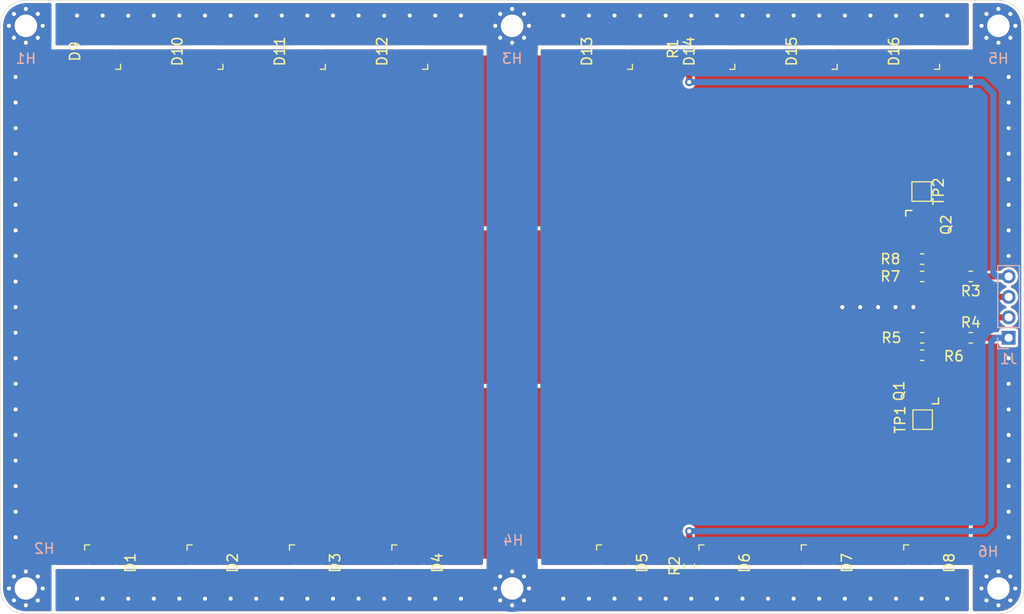
<source format=kicad_pcb>
(kicad_pcb (version 20171130) (host pcbnew 5.1.5)
  (layers (0 F.Cu signal) (31 B.Cu signal) (34 B.Paste user) (35 F.Paste user) (36 B.SilkS user) (37 F.SilkS user) (38 B.Mask user) (39 F.Mask user) (44 Edge.Cuts user))
  (net 0 "")
  (net 1 "Net-(D1-Pad1)")
  (net 2 GND)
  (net 3 VCC)
  (net 4 OC1A)
  (net 5 OC1B)
  (net 6 "Net-(Q1-Pad3)")
  (net 7 "Net-(Q2-Pad3)")
  (net 8 "Net-(D10-Pad1)")
  (net 9 LED_NTC2)
  (net 10 LED_NTC1)
  (module Resistor_SMD:R_0603_1608Metric_Pad1.05x0.95mm_HandSolder (layer F.Cu) (at 114.8 47 180)
    (fp_text reference R3 (at 0 -1.43) (layer F.SilkS))
    (fp_text value "NTC 10 kΩ")
    (fp_line (start -0.171267 0.51) (end 0.171267 0.51) (layer F.SilkS) (width 0.12))
    (fp_line (start -0.171267 -0.51) (end 0.171267 -0.51) (layer F.SilkS) (width 0.12))
    (pad 2 smd roundrect (at 0.875 0 180) (size 1.05 0.95) (layers F.Cu F.Paste F.Mask) (net 2 GND))
    (pad 1 smd roundrect (at -0.875 0 180) (size 1.05 0.95) (layers F.Cu F.Paste F.Mask) (net 9 LED_NTC2))
  )
  (module Resistor_SMD:R_0603_1608Metric_Pad1.05x0.95mm_HandSolder (layer F.Cu) (at 87.3 24.7 270)
    (fp_text reference R1 (at 0.05 1.6 90) (layer F.SilkS))
    (fp_text value "10 kΩ")
    (fp_line (start -0.171267 0.51) (end 0.171267 0.51) (layer F.SilkS) (width 0.12))
    (fp_line (start -0.171267 -0.51) (end 0.171267 -0.51) (layer F.SilkS) (width 0.12))
    (pad 2 smd roundrect (at 0.875 0 270) (size 1.05 0.95) (layers F.Cu F.Paste F.Mask) (net 9 LED_NTC2))
    (pad 1 smd roundrect (at -0.875 0 270) (size 1.05 0.95) (layers F.Cu F.Paste F.Mask) (net 3 VCC))
  )
  (module lt_foots:logo_flatlight_git_silk (layer F.Cu) (at 55.6 49.8)
    (fp_text reference logo7 hide)
    (fp_text value logo_flatlight_git hide)
  )
  (module lt_foots:logo_horse (layer F.Cu) (at 34.8 49.9)
    (fp_text reference logo2 hide)
    (fp_text value logo_horse hide)
  )
  (module Resistor_SMD:R_0603_1608Metric_Pad1.05x0.95mm_HandSolder (layer F.Cu) (at 110.05 54.7)
    (fp_text reference R6 (at 3.1 0.1) (layer F.SilkS))
    (fp_text value 1MΩ)
    (fp_line (start -0.171267 0.51) (end 0.171267 0.51) (layer F.SilkS) (width 0.12))
    (fp_line (start -0.171267 -0.51) (end 0.171267 -0.51) (layer F.SilkS) (width 0.12))
    (pad 2 smd roundrect (at 0.875 0) (size 1.05 0.95) (layers F.Cu F.Paste F.Mask) (net 6 "Net-(Q1-Pad3)"))
    (pad 1 smd roundrect (at -0.875 0) (size 1.05 0.95) (layers F.Cu F.Paste F.Mask) (net 2 GND))
  )
  (module Resistor_SMD:R_0603_1608Metric_Pad1.05x0.95mm_HandSolder (layer F.Cu) (at 110.05 45.3 180)
    (fp_text reference R8 (at 3.1 0) (layer F.SilkS))
    (fp_text value 1MΩ)
    (fp_line (start -0.171267 0.51) (end 0.171267 0.51) (layer F.SilkS) (width 0.12))
    (fp_line (start -0.171267 -0.51) (end 0.171267 -0.51) (layer F.SilkS) (width 0.12))
    (pad 2 smd roundrect (at 0.875 0 180) (size 1.05 0.95) (layers F.Cu F.Paste F.Mask) (net 7 "Net-(Q2-Pad3)"))
    (pad 1 smd roundrect (at -0.875 0 180) (size 1.05 0.95) (layers F.Cu F.Paste F.Mask) (net 2 GND))
  )
  (module TestPoint:TestPoint_Pad_1.5x1.5mm (layer F.Cu) (at 110.1 61 90)
    (fp_text reference TP1 (at 0 -2.2 90) (layer F.SilkS))
    (fp_text value TestPoint)
    (fp_line (start -0.95 -0.95) (end 0.95 -0.95) (layer F.SilkS) (width 0.12))
    (fp_line (start 0.95 -0.95) (end 0.95 0.95) (layer F.SilkS) (width 0.12))
    (fp_line (start 0.95 0.95) (end -0.95 0.95) (layer F.SilkS) (width 0.12))
    (fp_line (start -0.95 0.95) (end -0.95 -0.95) (layer F.SilkS) (width 0.12))
    (pad 1 smd rect (at 0 0 90) (size 1.5 1.5) (layers F.Cu F.Mask) (net 1 "Net-(D1-Pad1)"))
  )
  (module TestPoint:TestPoint_Pad_1.5x1.5mm (layer F.Cu) (at 110 38.7 270)
    (fp_text reference TP2 (at 0 -1.648 90) (layer F.SilkS))
    (fp_text value TestPoint)
    (fp_line (start -0.95 0.95) (end -0.95 -0.95) (layer F.SilkS) (width 0.12))
    (fp_line (start 0.95 0.95) (end -0.95 0.95) (layer F.SilkS) (width 0.12))
    (fp_line (start 0.95 -0.95) (end 0.95 0.95) (layer F.SilkS) (width 0.12))
    (fp_line (start -0.95 -0.95) (end 0.95 -0.95) (layer F.SilkS) (width 0.12))
    (pad 1 smd rect (at 0 0 270) (size 1.5 1.5) (layers F.Cu F.Mask) (net 8 "Net-(D10-Pad1)"))
  )
  (module Resistor_SMD:R_0603_1608Metric_Pad1.05x0.95mm_HandSolder (layer F.Cu) (at 110.05 53 180)
    (fp_text reference R5 (at 3 0) (layer F.SilkS))
    (fp_text value 1kΩ)
    (fp_line (start -0.171267 0.51) (end 0.171267 0.51) (layer F.SilkS) (width 0.12))
    (fp_line (start -0.171267 -0.51) (end 0.171267 -0.51) (layer F.SilkS) (width 0.12))
    (pad 2 smd roundrect (at 0.875 0 180) (size 1.05 0.95) (layers F.Cu F.Paste F.Mask) (net 6 "Net-(Q1-Pad3)"))
    (pad 1 smd roundrect (at -0.875 0 180) (size 1.05 0.95) (layers F.Cu F.Paste F.Mask) (net 4 OC1A))
  )
  (module Resistor_SMD:R_0603_1608Metric_Pad1.05x0.95mm_HandSolder (layer F.Cu) (at 110.05 47 180)
    (fp_text reference R7 (at 3.1 0) (layer F.SilkS))
    (fp_text value 1kΩ)
    (fp_line (start -0.171267 0.51) (end 0.171267 0.51) (layer F.SilkS) (width 0.12))
    (fp_line (start -0.171267 -0.51) (end 0.171267 -0.51) (layer F.SilkS) (width 0.12))
    (pad 2 smd roundrect (at 0.875 0 180) (size 1.05 0.95) (layers F.Cu F.Paste F.Mask) (net 7 "Net-(Q2-Pad3)"))
    (pad 1 smd roundrect (at -0.875 0 180) (size 1.05 0.95) (layers F.Cu F.Paste F.Mask) (net 5 OC1B))
  )
  (module Resistor_SMD:R_0603_1608Metric_Pad1.05x0.95mm_HandSolder (layer F.Cu) (at 87.3 75.3 90)
    (fp_text reference R2 (at 0 -1.43 90) (layer F.SilkS))
    (fp_text value "10 kΩ")
    (fp_line (start -0.171267 -0.51) (end 0.171267 -0.51) (layer F.SilkS) (width 0.12))
    (fp_line (start -0.171267 0.51) (end 0.171267 0.51) (layer F.SilkS) (width 0.12))
    (pad 1 smd roundrect (at -0.875 0 90) (size 1.05 0.95) (layers F.Cu F.Paste F.Mask) (net 3 VCC))
    (pad 2 smd roundrect (at 0.875 0 90) (size 1.05 0.95) (layers F.Cu F.Paste F.Mask) (net 10 LED_NTC1))
  )
  (module Resistor_SMD:R_0603_1608Metric_Pad1.05x0.95mm_HandSolder (layer F.Cu) (at 114.8 53 180)
    (fp_text reference R4 (at 0 1.5 180) (layer F.SilkS))
    (fp_text value "NTC 10 kΩ")
    (fp_line (start -0.171267 0.51) (end 0.171267 0.51) (layer F.SilkS) (width 0.12))
    (fp_line (start -0.171267 -0.51) (end 0.171267 -0.51) (layer F.SilkS) (width 0.12))
    (pad 2 smd roundrect (at 0.875 0 180) (size 1.05 0.95) (layers F.Cu F.Paste F.Mask) (net 2 GND))
    (pad 1 smd roundrect (at -0.875 0 180) (size 1.05 0.95) (layers F.Cu F.Paste F.Mask) (net 10 LED_NTC1))
  )
  (module "lt_foots:U-DFN2020-6 (Type F)" (layer F.Cu) (at 110.1 58 90)
    (fp_text reference Q1 (at -0.2 -2.3 90) (layer F.SilkS))
    (fp_text value DMN2022-UFDF7)
    (fp_line (start -1.448496 1.549888) (end -0.9 1.549888) (layer F.SilkS) (width 0.15))
    (fp_line (start -1.448496 0.949888) (end -1.448496 1.549888) (layer F.SilkS) (width 0.15))
    (pad 2 smd rect (at 0.651504 -0.050112 90) (size 0.48 0.8) (layers F.Cu F.Paste F.Mask) (net 2 GND))
    (pad 2 smd rect (at 0.601504 -1.000112 90) (size 0.4 0.425) (layers F.Cu F.Paste F.Mask) (net 2 GND))
    (pad 1 smd rect (at -0.048496 -1.000112 90) (size 0.4 0.425) (layers F.Cu F.Paste F.Mask) (net 1 "Net-(D1-Pad1)"))
    (pad 1 smd rect (at -0.698496 -1.000112 90) (size 0.4 0.425) (layers F.Cu F.Paste F.Mask) (net 1 "Net-(D1-Pad1)"))
    (pad 3 smd rect (at 0.601504 0.899888 90) (size 0.4 0.425) (layers F.Cu F.Paste F.Mask) (net 6 "Net-(Q1-Pad3)"))
    (pad 1 smd rect (at -0.048496 0.899888 90) (size 0.4 0.425) (layers F.Cu F.Paste F.Mask) (net 1 "Net-(D1-Pad1)"))
    (pad 1 smd rect (at -0.698496 0.899888 90) (size 0.4 0.425) (layers F.Cu F.Paste F.Mask) (net 1 "Net-(D1-Pad1)"))
    (pad 1 smd rect (at -0.348496 -0.050112 90) (size 0.95 1.1) (layers F.Cu F.Paste F.Mask) (net 1 "Net-(D1-Pad1)"))
  )
  (module "lt_foots:U-DFN2020-6 (Type F)" (layer F.Cu) (at 110 42 270)
    (fp_text reference Q2 (at -0.048496 -2.400112 90) (layer F.SilkS))
    (fp_text value DMN2022-UFDF7)
    (fp_line (start -1.448496 0.949888) (end -1.448496 1.549888) (layer F.SilkS) (width 0.15))
    (fp_line (start -1.448496 1.549888) (end -0.9 1.549888) (layer F.SilkS) (width 0.15))
    (pad 1 smd rect (at -0.348496 -0.050112 270) (size 0.95 1.1) (layers F.Cu F.Paste F.Mask) (net 8 "Net-(D10-Pad1)"))
    (pad 1 smd rect (at -0.698496 0.899888 270) (size 0.4 0.425) (layers F.Cu F.Paste F.Mask) (net 8 "Net-(D10-Pad1)"))
    (pad 1 smd rect (at -0.048496 0.899888 270) (size 0.4 0.425) (layers F.Cu F.Paste F.Mask) (net 8 "Net-(D10-Pad1)"))
    (pad 3 smd rect (at 0.601504 0.899888 270) (size 0.4 0.425) (layers F.Cu F.Paste F.Mask) (net 7 "Net-(Q2-Pad3)"))
    (pad 1 smd rect (at -0.698496 -1.000112 270) (size 0.4 0.425) (layers F.Cu F.Paste F.Mask) (net 8 "Net-(D10-Pad1)"))
    (pad 1 smd rect (at -0.048496 -1.000112 270) (size 0.4 0.425) (layers F.Cu F.Paste F.Mask) (net 8 "Net-(D10-Pad1)"))
    (pad 2 smd rect (at 0.601504 -1.000112 270) (size 0.4 0.425) (layers F.Cu F.Paste F.Mask) (net 2 GND))
    (pad 2 smd rect (at 0.651504 -0.050112 270) (size 0.48 0.8) (layers F.Cu F.Paste F.Mask) (net 2 GND))
  )
  (module lt_foots:LED_Cree-J-Series (layer F.Cu) (at 110 25 90)
    (fp_text reference D16 (at 0 -2.7 90) (layer F.SilkS))
    (fp_text value LED)
    (fp_line (start -1.75 1.25) (end -1.75 1.75) (layer F.SilkS) (width 0.12))
    (fp_line (start -1.75 1.75) (end -1.25 1.75) (layer F.SilkS) (width 0.12))
    (pad 2 smd rect (at 1.05 0 90) (size 0.6 2.4) (layers F.Cu F.Mask) (net 3 VCC))
    (pad 1 smd rect (at -0.6 0 90) (size 1.6 2.4) (layers F.Cu F.Mask) (net 8 "Net-(D10-Pad1)"))
  )
  (module lt_foots:LED_Cree-J-Series (layer F.Cu) (at 100 25 90)
    (fp_text reference D15 (at 0 -2.7 90) (layer F.SilkS))
    (fp_text value LED)
    (fp_line (start -1.75 1.25) (end -1.75 1.75) (layer F.SilkS) (width 0.12))
    (fp_line (start -1.75 1.75) (end -1.25 1.75) (layer F.SilkS) (width 0.12))
    (pad 2 smd rect (at 1.05 0 90) (size 0.6 2.4) (layers F.Cu F.Mask) (net 3 VCC))
    (pad 1 smd rect (at -0.6 0 90) (size 1.6 2.4) (layers F.Cu F.Mask) (net 8 "Net-(D10-Pad1)"))
  )
  (module lt_foots:LED_Cree-J-Series (layer F.Cu) (at 90 25 90)
    (fp_text reference D14 (at 0 -2.7 90) (layer F.SilkS))
    (fp_text value LED)
    (fp_line (start -1.75 1.25) (end -1.75 1.75) (layer F.SilkS) (width 0.12))
    (fp_line (start -1.75 1.75) (end -1.25 1.75) (layer F.SilkS) (width 0.12))
    (pad 2 smd rect (at 1.05 0 90) (size 0.6 2.4) (layers F.Cu F.Mask) (net 3 VCC))
    (pad 1 smd rect (at -0.6 0 90) (size 1.6 2.4) (layers F.Cu F.Mask) (net 8 "Net-(D10-Pad1)"))
  )
  (module lt_foots:LED_Cree-J-Series (layer F.Cu) (at 80 25 90)
    (fp_text reference D13 (at 0 -2.7 90) (layer F.SilkS))
    (fp_text value LED)
    (fp_line (start -1.75 1.25) (end -1.75 1.75) (layer F.SilkS) (width 0.12))
    (fp_line (start -1.75 1.75) (end -1.25 1.75) (layer F.SilkS) (width 0.12))
    (pad 2 smd rect (at 1.05 0 90) (size 0.6 2.4) (layers F.Cu F.Mask) (net 3 VCC))
    (pad 1 smd rect (at -0.6 0 90) (size 1.6 2.4) (layers F.Cu F.Mask) (net 8 "Net-(D10-Pad1)"))
  )
  (module lt_foots:LED_Cree-J-Series (layer F.Cu) (at 60 25 90)
    (fp_text reference D12 (at 0 -2.7 90) (layer F.SilkS))
    (fp_text value LED)
    (fp_line (start -1.75 1.25) (end -1.75 1.75) (layer F.SilkS) (width 0.12))
    (fp_line (start -1.75 1.75) (end -1.25 1.75) (layer F.SilkS) (width 0.12))
    (pad 2 smd rect (at 1.05 0 90) (size 0.6 2.4) (layers F.Cu F.Mask) (net 3 VCC))
    (pad 1 smd rect (at -0.6 0 90) (size 1.6 2.4) (layers F.Cu F.Mask) (net 8 "Net-(D10-Pad1)"))
  )
  (module lt_foots:LED_Cree-J-Series (layer F.Cu) (at 50 25 90)
    (fp_text reference D11 (at 0 -2.7 90) (layer F.SilkS))
    (fp_text value LED)
    (fp_line (start -1.75 1.25) (end -1.75 1.75) (layer F.SilkS) (width 0.12))
    (fp_line (start -1.75 1.75) (end -1.25 1.75) (layer F.SilkS) (width 0.12))
    (pad 2 smd rect (at 1.05 0 90) (size 0.6 2.4) (layers F.Cu F.Mask) (net 3 VCC))
    (pad 1 smd rect (at -0.6 0 90) (size 1.6 2.4) (layers F.Cu F.Mask) (net 8 "Net-(D10-Pad1)"))
  )
  (module lt_foots:LED_Cree-J-Series (layer F.Cu) (at 40 25 90)
    (fp_text reference D10 (at 0 -2.7 90) (layer F.SilkS))
    (fp_text value LED)
    (fp_line (start -1.75 1.25) (end -1.75 1.75) (layer F.SilkS) (width 0.12))
    (fp_line (start -1.75 1.75) (end -1.25 1.75) (layer F.SilkS) (width 0.12))
    (pad 2 smd rect (at 1.05 0 90) (size 0.6 2.4) (layers F.Cu F.Mask) (net 3 VCC))
    (pad 1 smd rect (at -0.6 0 90) (size 1.6 2.4) (layers F.Cu F.Mask) (net 8 "Net-(D10-Pad1)"))
  )
  (module lt_foots:LED_Cree-J-Series (layer F.Cu) (at 30 25 90)
    (fp_text reference D9 (at 0 -2.7 90) (layer F.SilkS))
    (fp_text value LED)
    (fp_line (start -1.75 1.25) (end -1.75 1.75) (layer F.SilkS) (width 0.12))
    (fp_line (start -1.75 1.75) (end -1.25 1.75) (layer F.SilkS) (width 0.12))
    (pad 2 smd rect (at 1.05 0 90) (size 0.6 2.4) (layers F.Cu F.Mask) (net 3 VCC))
    (pad 1 smd rect (at -0.6 0 90) (size 1.6 2.4) (layers F.Cu F.Mask) (net 8 "Net-(D10-Pad1)"))
  )
  (module lt_foots:logo_heart (layer F.Cu) (at 98.7 50)
    (fp_text reference logo1 hide)
    (fp_text value logo_heart hide)
  )
  (module lt_foots:logo_flatlight (layer F.Cu) (at 86.3 49.1)
    (fp_text reference logo5 hide)
    (fp_text value logo_flatlight hide)
  )
  (module lt_foots:logo_REV18 (layer F.Cu) (at 92.9 51.1)
    (fp_text reference logo6 hide)
    (fp_text value logo_REV18 hide)
  )
  (module lt_foots:logo_light_warn (layer F.Cu) (at 70 50)
    (fp_text reference logo4 hide)
    (fp_text value logo_LIGHTWARN hide)
  )
  (module lt_foots:cc-by-sa (layer F.Cu) (at 87.9 52.6)
    (fp_text reference logo3 hide)
    (fp_text value logo-cc-by-sa hide)
  )
  (module Connector_PinHeader_2.00mm:PinHeader_1x04_P2.00mm_Vertical (layer B.Cu) (at 118.5 53)
    (fp_text reference J1 (at 0 2.06) (layer B.SilkS) (effects (justify mirror)))
    (fp_text value Conn_01x04)
    (fp_line (start -1.06 1.06) (end 0 1.06) (layer B.SilkS) (width 0.12))
    (fp_line (start -1.06 0) (end -1.06 1.06) (layer B.SilkS) (width 0.12))
    (fp_line (start -1.06 -1) (end 1.06 -1) (layer B.SilkS) (width 0.12))
    (fp_line (start 1.06 -1) (end 1.06 -7.06) (layer B.SilkS) (width 0.12))
    (fp_line (start -1.06 -1) (end -1.06 -7.06) (layer B.SilkS) (width 0.12))
    (fp_line (start -1.06 -7.06) (end 1.06 -7.06) (layer B.SilkS) (width 0.12))
    (pad 4 thru_hole oval (at 0 -6) (size 1.35 1.35) (drill 0.8) (layers *.Cu *.Mask) (net 9 LED_NTC2))
    (pad 3 thru_hole oval (at 0 -4) (size 1.35 1.35) (drill 0.8) (layers *.Cu *.Mask) (net 5 OC1B))
    (pad 2 thru_hole oval (at 0 -2) (size 1.35 1.35) (drill 0.8) (layers *.Cu *.Mask) (net 4 OC1A))
    (pad 1 thru_hole rect (at 0 0) (size 1.35 1.35) (drill 0.8) (layers *.Cu *.Mask) (net 10 LED_NTC1))
  )
  (module MountingHole:MountingHole_2.2mm_M2_Pad_Via (layer B.Cu) (at 117.5 77.5)
    (fp_text reference H6 (at -1 -3.6) (layer B.SilkS) (effects (justify mirror)))
    (fp_text value MountingHole_Pad)
    (pad 1 thru_hole circle (at 0 0) (size 4.4 4.4) (drill 2.2) (layers *.Cu *.Mask) (net 2 GND))
    (pad 1 thru_hole circle (at 1.65 0) (size 0.7 0.7) (drill 0.4) (layers *.Cu *.Mask) (net 2 GND))
    (pad 1 thru_hole circle (at 1.166726 -1.166726) (size 0.7 0.7) (drill 0.4) (layers *.Cu *.Mask) (net 2 GND))
    (pad 1 thru_hole circle (at 0 -1.65) (size 0.7 0.7) (drill 0.4) (layers *.Cu *.Mask) (net 2 GND))
    (pad 1 thru_hole circle (at -1.166726 -1.166726) (size 0.7 0.7) (drill 0.4) (layers *.Cu *.Mask) (net 2 GND))
    (pad 1 thru_hole circle (at -1.65 0) (size 0.7 0.7) (drill 0.4) (layers *.Cu *.Mask) (net 2 GND))
    (pad 1 thru_hole circle (at -1.166726 1.166726) (size 0.7 0.7) (drill 0.4) (layers *.Cu *.Mask) (net 2 GND))
    (pad 1 thru_hole circle (at 0 1.65) (size 0.7 0.7) (drill 0.4) (layers *.Cu *.Mask) (net 2 GND))
    (pad 1 thru_hole circle (at 1.166726 1.166726) (size 0.7 0.7) (drill 0.4) (layers *.Cu *.Mask) (net 2 GND))
  )
  (module MountingHole:MountingHole_2.2mm_M2_Pad_Via (layer B.Cu) (at 117.5 22.5)
    (fp_text reference H5 (at 0 3.2) (layer B.SilkS) (effects (justify mirror)))
    (fp_text value MountingHole_Pad)
    (pad 1 thru_hole circle (at 1.166726 1.166726) (size 0.7 0.7) (drill 0.4) (layers *.Cu *.Mask) (net 2 GND))
    (pad 1 thru_hole circle (at 0 1.65) (size 0.7 0.7) (drill 0.4) (layers *.Cu *.Mask) (net 2 GND))
    (pad 1 thru_hole circle (at -1.166726 1.166726) (size 0.7 0.7) (drill 0.4) (layers *.Cu *.Mask) (net 2 GND))
    (pad 1 thru_hole circle (at -1.65 0) (size 0.7 0.7) (drill 0.4) (layers *.Cu *.Mask) (net 2 GND))
    (pad 1 thru_hole circle (at -1.166726 -1.166726) (size 0.7 0.7) (drill 0.4) (layers *.Cu *.Mask) (net 2 GND))
    (pad 1 thru_hole circle (at 0 -1.65) (size 0.7 0.7) (drill 0.4) (layers *.Cu *.Mask) (net 2 GND))
    (pad 1 thru_hole circle (at 1.166726 -1.166726) (size 0.7 0.7) (drill 0.4) (layers *.Cu *.Mask) (net 2 GND))
    (pad 1 thru_hole circle (at 1.65 0) (size 0.7 0.7) (drill 0.4) (layers *.Cu *.Mask) (net 2 GND))
    (pad 1 thru_hole circle (at 0 0) (size 4.4 4.4) (drill 2.2) (layers *.Cu *.Mask) (net 2 GND))
  )
  (module MountingHole:MountingHole_2.2mm_M2_Pad_Via (layer B.Cu) (at 70 77.5)
    (fp_text reference H4 (at 0.1 -4.7) (layer B.SilkS) (effects (justify mirror)))
    (fp_text value MountingHole_Pad)
    (pad 1 thru_hole circle (at 0 0) (size 4.4 4.4) (drill 2.2) (layers *.Cu *.Mask) (net 3 VCC))
    (pad 1 thru_hole circle (at 1.65 0) (size 0.7 0.7) (drill 0.4) (layers *.Cu *.Mask) (net 3 VCC))
    (pad 1 thru_hole circle (at 1.166726 -1.166726) (size 0.7 0.7) (drill 0.4) (layers *.Cu *.Mask) (net 3 VCC))
    (pad 1 thru_hole circle (at 0 -1.65) (size 0.7 0.7) (drill 0.4) (layers *.Cu *.Mask) (net 3 VCC))
    (pad 1 thru_hole circle (at -1.166726 -1.166726) (size 0.7 0.7) (drill 0.4) (layers *.Cu *.Mask) (net 3 VCC))
    (pad 1 thru_hole circle (at -1.65 0) (size 0.7 0.7) (drill 0.4) (layers *.Cu *.Mask) (net 3 VCC))
    (pad 1 thru_hole circle (at -1.166726 1.166726) (size 0.7 0.7) (drill 0.4) (layers *.Cu *.Mask) (net 3 VCC))
    (pad 1 thru_hole circle (at 0 1.65) (size 0.7 0.7) (drill 0.4) (layers *.Cu *.Mask) (net 3 VCC))
    (pad 1 thru_hole circle (at 1.166726 1.166726) (size 0.7 0.7) (drill 0.4) (layers *.Cu *.Mask) (net 3 VCC))
  )
  (module MountingHole:MountingHole_2.2mm_M2_Pad_Via (layer B.Cu) (at 70 22.5)
    (fp_text reference H3 (at 0 3.2) (layer B.SilkS) (effects (justify mirror)))
    (fp_text value MountingHole_Pad)
    (pad 1 thru_hole circle (at 1.166726 1.166726) (size 0.7 0.7) (drill 0.4) (layers *.Cu *.Mask) (net 3 VCC))
    (pad 1 thru_hole circle (at 0 1.65) (size 0.7 0.7) (drill 0.4) (layers *.Cu *.Mask) (net 3 VCC))
    (pad 1 thru_hole circle (at -1.166726 1.166726) (size 0.7 0.7) (drill 0.4) (layers *.Cu *.Mask) (net 3 VCC))
    (pad 1 thru_hole circle (at -1.65 0) (size 0.7 0.7) (drill 0.4) (layers *.Cu *.Mask) (net 3 VCC))
    (pad 1 thru_hole circle (at -1.166726 -1.166726) (size 0.7 0.7) (drill 0.4) (layers *.Cu *.Mask) (net 3 VCC))
    (pad 1 thru_hole circle (at 0 -1.65) (size 0.7 0.7) (drill 0.4) (layers *.Cu *.Mask) (net 3 VCC))
    (pad 1 thru_hole circle (at 1.166726 -1.166726) (size 0.7 0.7) (drill 0.4) (layers *.Cu *.Mask) (net 3 VCC))
    (pad 1 thru_hole circle (at 1.65 0) (size 0.7 0.7) (drill 0.4) (layers *.Cu *.Mask) (net 3 VCC))
    (pad 1 thru_hole circle (at 0 0) (size 4.4 4.4) (drill 2.2) (layers *.Cu *.Mask) (net 3 VCC))
  )
  (module MountingHole:MountingHole_2.2mm_M2_Pad_Via (layer B.Cu) (at 22.5 77.5)
    (fp_text reference H2 (at 1.8 -3.9) (layer B.SilkS) (effects (justify mirror)))
    (fp_text value MountingHole_Pad)
    (pad 1 thru_hole circle (at 0 0) (size 4.4 4.4) (drill 2.2) (layers *.Cu *.Mask) (net 2 GND))
    (pad 1 thru_hole circle (at 1.65 0) (size 0.7 0.7) (drill 0.4) (layers *.Cu *.Mask) (net 2 GND))
    (pad 1 thru_hole circle (at 1.166726 -1.166726) (size 0.7 0.7) (drill 0.4) (layers *.Cu *.Mask) (net 2 GND))
    (pad 1 thru_hole circle (at 0 -1.65) (size 0.7 0.7) (drill 0.4) (layers *.Cu *.Mask) (net 2 GND))
    (pad 1 thru_hole circle (at -1.166726 -1.166726) (size 0.7 0.7) (drill 0.4) (layers *.Cu *.Mask) (net 2 GND))
    (pad 1 thru_hole circle (at -1.65 0) (size 0.7 0.7) (drill 0.4) (layers *.Cu *.Mask) (net 2 GND))
    (pad 1 thru_hole circle (at -1.166726 1.166726) (size 0.7 0.7) (drill 0.4) (layers *.Cu *.Mask) (net 2 GND))
    (pad 1 thru_hole circle (at 0 1.65) (size 0.7 0.7) (drill 0.4) (layers *.Cu *.Mask) (net 2 GND))
    (pad 1 thru_hole circle (at 1.166726 1.166726) (size 0.7 0.7) (drill 0.4) (layers *.Cu *.Mask) (net 2 GND))
  )
  (module MountingHole:MountingHole_2.2mm_M2_Pad_Via (layer B.Cu) (at 22.5 22.5)
    (fp_text reference H1 (at 0 3.2) (layer B.SilkS) (effects (justify mirror)))
    (fp_text value MountingHole_Pad)
    (pad 1 thru_hole circle (at 1.166726 1.166726) (size 0.7 0.7) (drill 0.4) (layers *.Cu *.Mask) (net 2 GND))
    (pad 1 thru_hole circle (at 0 1.65) (size 0.7 0.7) (drill 0.4) (layers *.Cu *.Mask) (net 2 GND))
    (pad 1 thru_hole circle (at -1.166726 1.166726) (size 0.7 0.7) (drill 0.4) (layers *.Cu *.Mask) (net 2 GND))
    (pad 1 thru_hole circle (at -1.65 0) (size 0.7 0.7) (drill 0.4) (layers *.Cu *.Mask) (net 2 GND))
    (pad 1 thru_hole circle (at -1.166726 -1.166726) (size 0.7 0.7) (drill 0.4) (layers *.Cu *.Mask) (net 2 GND))
    (pad 1 thru_hole circle (at 0 -1.65) (size 0.7 0.7) (drill 0.4) (layers *.Cu *.Mask) (net 2 GND))
    (pad 1 thru_hole circle (at 1.166726 -1.166726) (size 0.7 0.7) (drill 0.4) (layers *.Cu *.Mask) (net 2 GND))
    (pad 1 thru_hole circle (at 1.65 0) (size 0.7 0.7) (drill 0.4) (layers *.Cu *.Mask) (net 2 GND))
    (pad 1 thru_hole circle (at 0 0) (size 4.4 4.4) (drill 2.2) (layers *.Cu *.Mask) (net 2 GND))
  )
  (module lt_foots:LED_Cree-J-Series (layer F.Cu) (at 110 75 270)
    (fp_text reference D8 (at 0 -2.7 90) (layer F.SilkS))
    (fp_text value LED)
    (fp_line (start -1.75 1.75) (end -1.25 1.75) (layer F.SilkS) (width 0.12))
    (fp_line (start -1.75 1.25) (end -1.75 1.75) (layer F.SilkS) (width 0.12))
    (pad 1 smd rect (at -0.6 0 270) (size 1.6 2.4) (layers F.Cu F.Mask) (net 1 "Net-(D1-Pad1)"))
    (pad 2 smd rect (at 1.05 0 270) (size 0.6 2.4) (layers F.Cu F.Mask) (net 3 VCC))
  )
  (module lt_foots:LED_Cree-J-Series (layer F.Cu) (at 100 75 270)
    (fp_text reference D7 (at 0 -2.7 90) (layer F.SilkS))
    (fp_text value LED)
    (fp_line (start -1.75 1.75) (end -1.25 1.75) (layer F.SilkS) (width 0.12))
    (fp_line (start -1.75 1.25) (end -1.75 1.75) (layer F.SilkS) (width 0.12))
    (pad 1 smd rect (at -0.6 0 270) (size 1.6 2.4) (layers F.Cu F.Mask) (net 1 "Net-(D1-Pad1)"))
    (pad 2 smd rect (at 1.05 0 270) (size 0.6 2.4) (layers F.Cu F.Mask) (net 3 VCC))
  )
  (module lt_foots:LED_Cree-J-Series (layer F.Cu) (at 50 75 270)
    (fp_text reference D3 (at 0 -2.7 90) (layer F.SilkS))
    (fp_text value LED)
    (fp_line (start -1.75 1.75) (end -1.25 1.75) (layer F.SilkS) (width 0.12))
    (fp_line (start -1.75 1.25) (end -1.75 1.75) (layer F.SilkS) (width 0.12))
    (pad 1 smd rect (at -0.6 0 270) (size 1.6 2.4) (layers F.Cu F.Mask) (net 1 "Net-(D1-Pad1)"))
    (pad 2 smd rect (at 1.05 0 270) (size 0.6 2.4) (layers F.Cu F.Mask) (net 3 VCC))
  )
  (module lt_foots:LED_Cree-J-Series (layer F.Cu) (at 40 75 270)
    (fp_text reference D2 (at 0 -2.7 90) (layer F.SilkS))
    (fp_text value LED)
    (fp_line (start -1.75 1.75) (end -1.25 1.75) (layer F.SilkS) (width 0.12))
    (fp_line (start -1.75 1.25) (end -1.75 1.75) (layer F.SilkS) (width 0.12))
    (pad 1 smd rect (at -0.6 0 270) (size 1.6 2.4) (layers F.Cu F.Mask) (net 1 "Net-(D1-Pad1)"))
    (pad 2 smd rect (at 1.05 0 270) (size 0.6 2.4) (layers F.Cu F.Mask) (net 3 VCC))
  )
  (module lt_foots:LED_Cree-J-Series (layer F.Cu) (at 30 75 270)
    (fp_text reference D1 (at 0 -2.7 90) (layer F.SilkS))
    (fp_text value LED)
    (fp_line (start -1.75 1.75) (end -1.25 1.75) (layer F.SilkS) (width 0.12))
    (fp_line (start -1.75 1.25) (end -1.75 1.75) (layer F.SilkS) (width 0.12))
    (pad 1 smd rect (at -0.6 0 270) (size 1.6 2.4) (layers F.Cu F.Mask) (net 1 "Net-(D1-Pad1)"))
    (pad 2 smd rect (at 1.05 0 270) (size 0.6 2.4) (layers F.Cu F.Mask) (net 3 VCC))
  )
  (module lt_foots:LED_Cree-J-Series (layer F.Cu) (at 90 75 270)
    (fp_text reference D6 (at 0 -2.7 90) (layer F.SilkS))
    (fp_text value LED)
    (fp_line (start -1.75 1.75) (end -1.25 1.75) (layer F.SilkS) (width 0.12))
    (fp_line (start -1.75 1.25) (end -1.75 1.75) (layer F.SilkS) (width 0.12))
    (pad 1 smd rect (at -0.6 0 270) (size 1.6 2.4) (layers F.Cu F.Mask) (net 1 "Net-(D1-Pad1)"))
    (pad 2 smd rect (at 1.05 0 270) (size 0.6 2.4) (layers F.Cu F.Mask) (net 3 VCC))
  )
  (module lt_foots:LED_Cree-J-Series (layer F.Cu) (at 80 75 270)
    (fp_text reference D5 (at 0 -2.7 90) (layer F.SilkS))
    (fp_text value LED)
    (fp_line (start -1.75 1.75) (end -1.25 1.75) (layer F.SilkS) (width 0.12))
    (fp_line (start -1.75 1.25) (end -1.75 1.75) (layer F.SilkS) (width 0.12))
    (pad 1 smd rect (at -0.6 0 270) (size 1.6 2.4) (layers F.Cu F.Mask) (net 1 "Net-(D1-Pad1)"))
    (pad 2 smd rect (at 1.05 0 270) (size 0.6 2.4) (layers F.Cu F.Mask) (net 3 VCC))
  )
  (module lt_foots:LED_Cree-J-Series (layer F.Cu) (at 60 75 270)
    (fp_text reference D4 (at 0 -2.7 90) (layer F.SilkS))
    (fp_text value LED)
    (fp_line (start -1.75 1.75) (end -1.25 1.75) (layer F.SilkS) (width 0.12))
    (fp_line (start -1.75 1.25) (end -1.75 1.75) (layer F.SilkS) (width 0.12))
    (pad 1 smd rect (at -0.6 0 270) (size 1.6 2.4) (layers F.Cu F.Mask) (net 1 "Net-(D1-Pad1)"))
    (pad 2 smd rect (at 1.05 0 270) (size 0.6 2.4) (layers F.Cu F.Mask) (net 3 VCC))
  )
  (gr_arc (start 22.5 77.5) (end 20 77.5) (angle -90) (layer Edge.Cuts) (width 0.05))
  (gr_arc (start 117.5 77.5) (end 117.5 80) (angle -90) (layer Edge.Cuts) (width 0.05))
  (gr_arc (start 117.5 22.5) (end 120 22.5) (angle -90) (layer Edge.Cuts) (width 0.05))
  (gr_arc (start 22.5 22.5) (end 22.5 20) (angle -90) (layer Edge.Cuts) (width 0.05))
  (gr_line (start 20 77.5) (end 20 22.5) (layer Edge.Cuts) (width 0.05))
  (gr_line (start 117.5 80) (end 22.5 80) (layer Edge.Cuts) (width 0.05))
  (gr_line (start 120 22.5) (end 120 77.5) (layer Edge.Cuts) (width 0.05))
  (gr_line (start 22.5 20) (end 117.5 20) (layer Edge.Cuts) (width 0.05))
  (via (at 21.5 45) (size 0.8) (drill 0.4) (layers F.Cu B.Cu) (net 2))
  (via (at 21.5 42.5) (size 0.8) (drill 0.4) (layers F.Cu B.Cu) (net 2))
  (via (at 21.5 47.5) (size 0.8) (drill 0.4) (layers F.Cu B.Cu) (net 2))
  (via (at 21.5 62.5) (size 0.8) (drill 0.4) (layers F.Cu B.Cu) (net 2))
  (via (at 21.5 50) (size 0.8) (drill 0.4) (layers F.Cu B.Cu) (net 2))
  (via (at 21.5 65) (size 0.8) (drill 0.4) (layers F.Cu B.Cu) (net 2))
  (via (at 21.5 40) (size 0.8) (drill 0.4) (layers F.Cu B.Cu) (net 2))
  (via (at 21.5 30) (size 0.8) (drill 0.4) (layers F.Cu B.Cu) (net 2))
  (via (at 21.5 27.5) (size 0.8) (drill 0.4) (layers F.Cu B.Cu) (net 2))
  (via (at 21.5 37.5) (size 0.8) (drill 0.4) (layers F.Cu B.Cu) (net 2))
  (via (at 21.5 35) (size 0.8) (drill 0.4) (layers F.Cu B.Cu) (net 2))
  (via (at 21.5 32.5) (size 0.8) (drill 0.4) (layers F.Cu B.Cu) (net 2))
  (via (at 21.5 67.5) (size 0.8) (drill 0.4) (layers F.Cu B.Cu) (net 2))
  (via (at 21.5 72.5) (size 0.8) (drill 0.4) (layers F.Cu B.Cu) (net 2))
  (via (at 21.5 70) (size 0.8) (drill 0.4) (layers F.Cu B.Cu) (net 2))
  (via (at 118.5 40) (size 0.8) (drill 0.4) (layers F.Cu B.Cu) (net 2))
  (via (at 118.5 65) (size 0.8) (drill 0.4) (layers F.Cu B.Cu) (net 2))
  (via (at 118.5 70) (size 0.8) (drill 0.4) (layers F.Cu B.Cu) (net 2))
  (via (at 118.5 35) (size 0.8) (drill 0.4) (layers F.Cu B.Cu) (net 2))
  (via (at 118.5 67.5) (size 0.8) (drill 0.4) (layers F.Cu B.Cu) (net 2))
  (via (at 118.5 62.5) (size 0.8) (drill 0.4) (layers F.Cu B.Cu) (net 2))
  (via (at 118.5 37.5) (size 0.8) (drill 0.4) (layers F.Cu B.Cu) (net 2))
  (via (at 118.5 27.5) (size 0.8) (drill 0.4) (layers F.Cu B.Cu) (net 2))
  (via (at 118.5 32.5) (size 0.8) (drill 0.4) (layers F.Cu B.Cu) (net 2))
  (via (at 118.5 30) (size 0.8) (drill 0.4) (layers F.Cu B.Cu) (net 2))
  (via (at 118.5 72.5) (size 0.8) (drill 0.4) (layers F.Cu B.Cu) (net 2))
  (segment (start 110.950112 42.651504) (end 111.000112 42.601504) (width 0.25) (layer F.Cu) (net 2))
  (segment (start 110.050112 42.651504) (end 110.950112 42.651504) (width 0.25) (layer F.Cu) (net 2))
  (via (at 109.2 50) (size 0.8) (drill 0.4) (layers F.Cu B.Cu) (net 2))
  (via (at 107.45 50) (size 0.8) (drill 0.4) (layers F.Cu B.Cu) (net 2))
  (via (at 102.25 50) (size 0.8) (drill 0.4) (layers F.Cu B.Cu) (net 2))
  (via (at 105.75 50) (size 0.8) (drill 0.4) (layers F.Cu B.Cu) (net 2))
  (via (at 104 50) (size 0.8) (drill 0.4) (layers F.Cu B.Cu) (net 2))
  (via (at 21.5 55) (size 0.8) (drill 0.4) (layers F.Cu B.Cu) (net 2))
  (via (at 21.5 60) (size 0.8) (drill 0.4) (layers F.Cu B.Cu) (net 2))
  (via (at 21.5 57.5) (size 0.8) (drill 0.4) (layers F.Cu B.Cu) (net 2))
  (via (at 21.5 52.5) (size 0.8) (drill 0.4) (layers F.Cu B.Cu) (net 2))
  (via (at 118.5 57.5) (size 0.8) (drill 0.4) (layers F.Cu B.Cu) (net 2))
  (via (at 118.5 60) (size 0.8) (drill 0.4) (layers F.Cu B.Cu) (net 2))
  (via (at 118.5 55) (size 0.8) (drill 0.4) (layers F.Cu B.Cu) (net 2))
  (via (at 118.5 45) (size 0.8) (drill 0.4) (layers F.Cu B.Cu) (net 2))
  (via (at 118.5 42.5) (size 0.8) (drill 0.4) (layers F.Cu B.Cu) (net 2))
  (segment (start 70 77.3) (end 70 44.8) (width 5) (layer B.Cu) (net 3))
  (via (at 75 78.5) (size 0.8) (drill 0.4) (layers F.Cu B.Cu) (net 3))
  (via (at 77.5 78.5) (size 0.8) (drill 0.4) (layers F.Cu B.Cu) (net 3))
  (via (at 80 78.5) (size 0.8) (drill 0.4) (layers F.Cu B.Cu) (net 3))
  (via (at 82.5 78.5) (size 0.8) (drill 0.4) (layers F.Cu B.Cu) (net 3))
  (via (at 85 78.5) (size 0.8) (drill 0.4) (layers F.Cu B.Cu) (net 3))
  (via (at 92.5 78.5) (size 0.8) (drill 0.4) (layers F.Cu B.Cu) (net 3))
  (via (at 87.5 78.5) (size 0.8) (drill 0.4) (layers F.Cu B.Cu) (net 3))
  (via (at 90 78.5) (size 0.8) (drill 0.4) (layers F.Cu B.Cu) (net 3))
  (via (at 107.5 78.5) (size 0.8) (drill 0.4) (layers F.Cu B.Cu) (net 3))
  (via (at 95 78.5) (size 0.8) (drill 0.4) (layers F.Cu B.Cu) (net 3))
  (via (at 102.5 78.5) (size 0.8) (drill 0.4) (layers F.Cu B.Cu) (net 3))
  (via (at 112.5 78.5) (size 0.8) (drill 0.4) (layers F.Cu B.Cu) (net 3))
  (via (at 97.5 78.5) (size 0.8) (drill 0.4) (layers F.Cu B.Cu) (net 3))
  (via (at 105 78.5) (size 0.8) (drill 0.4) (layers F.Cu B.Cu) (net 3))
  (via (at 100 78.5) (size 0.8) (drill 0.4) (layers F.Cu B.Cu) (net 3))
  (via (at 110 78.5) (size 0.8) (drill 0.4) (layers F.Cu B.Cu) (net 3))
  (via (at 47.5 78.5) (size 0.8) (drill 0.4) (layers F.Cu B.Cu) (net 3))
  (via (at 40 78.5) (size 0.8) (drill 0.4) (layers F.Cu B.Cu) (net 3))
  (via (at 27.5 78.5) (size 0.8) (drill 0.4) (layers F.Cu B.Cu) (net 3))
  (via (at 35 78.5) (size 0.8) (drill 0.4) (layers F.Cu B.Cu) (net 3))
  (via (at 45 78.5) (size 0.8) (drill 0.4) (layers F.Cu B.Cu) (net 3))
  (via (at 60 78.5) (size 0.8) (drill 0.4) (layers F.Cu B.Cu) (net 3))
  (via (at 30 78.5) (size 0.8) (drill 0.4) (layers F.Cu B.Cu) (net 3))
  (via (at 37.5 78.5) (size 0.8) (drill 0.4) (layers F.Cu B.Cu) (net 3))
  (via (at 50 78.5) (size 0.8) (drill 0.4) (layers F.Cu B.Cu) (net 3))
  (via (at 57.5 78.5) (size 0.8) (drill 0.4) (layers F.Cu B.Cu) (net 3))
  (via (at 52.5 78.5) (size 0.8) (drill 0.4) (layers F.Cu B.Cu) (net 3))
  (via (at 65 78.5) (size 0.8) (drill 0.4) (layers F.Cu B.Cu) (net 3))
  (via (at 32.5 78.5) (size 0.8) (drill 0.4) (layers F.Cu B.Cu) (net 3))
  (via (at 62.5 78.5) (size 0.8) (drill 0.4) (layers F.Cu B.Cu) (net 3))
  (via (at 42.5 78.5) (size 0.8) (drill 0.4) (layers F.Cu B.Cu) (net 3))
  (via (at 55 78.5) (size 0.8) (drill 0.4) (layers F.Cu B.Cu) (net 3))
  (via (at 95 21.5) (size 0.8) (drill 0.4) (layers F.Cu B.Cu) (net 3))
  (via (at 50 21.5) (size 0.8) (drill 0.4) (layers F.Cu B.Cu) (net 3))
  (via (at 87.5 21.5) (size 0.8) (drill 0.4) (layers F.Cu B.Cu) (net 3))
  (via (at 75 21.5) (size 0.8) (drill 0.4) (layers F.Cu B.Cu) (net 3))
  (via (at 82.5 21.5) (size 0.8) (drill 0.4) (layers F.Cu B.Cu) (net 3))
  (via (at 92.5 21.5) (size 0.8) (drill 0.4) (layers F.Cu B.Cu) (net 3))
  (via (at 107.5 21.5) (size 0.8) (drill 0.4) (layers F.Cu B.Cu) (net 3))
  (via (at 37.5 21.5) (size 0.8) (drill 0.4) (layers F.Cu B.Cu) (net 3))
  (via (at 35 21.5) (size 0.8) (drill 0.4) (layers F.Cu B.Cu) (net 3))
  (via (at 32.5 21.5) (size 0.8) (drill 0.4) (layers F.Cu B.Cu) (net 3))
  (via (at 55 21.5) (size 0.8) (drill 0.4) (layers F.Cu B.Cu) (net 3))
  (via (at 77.5 21.5) (size 0.8) (drill 0.4) (layers F.Cu B.Cu) (net 3))
  (via (at 62.5 21.5) (size 0.8) (drill 0.4) (layers F.Cu B.Cu) (net 3))
  (via (at 85 21.5) (size 0.8) (drill 0.4) (layers F.Cu B.Cu) (net 3))
  (via (at 97.5 21.5) (size 0.8) (drill 0.4) (layers F.Cu B.Cu) (net 3))
  (via (at 105 21.5) (size 0.8) (drill 0.4) (layers F.Cu B.Cu) (net 3))
  (via (at 27.5 21.5) (size 0.8) (drill 0.4) (layers F.Cu B.Cu) (net 3))
  (via (at 45 21.5) (size 0.8) (drill 0.4) (layers F.Cu B.Cu) (net 3))
  (via (at 52.5 21.5) (size 0.8) (drill 0.4) (layers F.Cu B.Cu) (net 3))
  (via (at 30 21.5) (size 0.8) (drill 0.4) (layers F.Cu B.Cu) (net 3))
  (via (at 40 21.5) (size 0.8) (drill 0.4) (layers F.Cu B.Cu) (net 3))
  (via (at 65 21.5) (size 0.8) (drill 0.4) (layers F.Cu B.Cu) (net 3))
  (via (at 100 21.5) (size 0.8) (drill 0.4) (layers F.Cu B.Cu) (net 3))
  (via (at 42.5 21.5) (size 0.8) (drill 0.4) (layers F.Cu B.Cu) (net 3))
  (via (at 60 21.5) (size 0.8) (drill 0.4) (layers F.Cu B.Cu) (net 3))
  (via (at 47.5 21.5) (size 0.8) (drill 0.4) (layers F.Cu B.Cu) (net 3))
  (via (at 112.5 21.5) (size 0.8) (drill 0.4) (layers F.Cu B.Cu) (net 3))
  (via (at 80 21.5) (size 0.8) (drill 0.4) (layers F.Cu B.Cu) (net 3))
  (via (at 110 21.5) (size 0.8) (drill 0.4) (layers F.Cu B.Cu) (net 3))
  (via (at 90 21.5) (size 0.8) (drill 0.4) (layers F.Cu B.Cu) (net 3))
  (via (at 57.5 21.5) (size 0.8) (drill 0.4) (layers F.Cu B.Cu) (net 3))
  (via (at 102.5 21.5) (size 0.8) (drill 0.4) (layers F.Cu B.Cu) (net 3))
  (segment (start 70 44.9) (end 70 22.8) (width 5) (layer B.Cu) (net 3))
  (segment (start 110.925 51.425) (end 110.925 53) (width 0.6) (layer F.Cu) (net 4))
  (segment (start 118.5 51) (end 111.35 51) (width 0.6) (layer F.Cu) (net 4))
  (segment (start 111.35 51) (end 110.925 51.425) (width 0.6) (layer F.Cu) (net 4))
  (segment (start 110.925 48.675) (end 110.925 47) (width 0.6) (layer F.Cu) (net 5))
  (segment (start 118.5 49) (end 111.25 49) (width 0.6) (layer F.Cu) (net 5))
  (segment (start 111.25 49) (end 110.925 48.675) (width 0.6) (layer F.Cu) (net 5))
  (segment (start 110.999888 55.024888) (end 110.975 55) (width 0.25) (layer F.Cu) (net 6))
  (segment (start 110.999888 57.398496) (end 110.999888 55.024888) (width 0.4) (layer F.Cu) (net 6))
  (segment (start 109.225 53) (end 110.925 54.7) (width 0.4) (layer F.Cu) (net 6))
  (segment (start 109.175 53) (end 109.225 53) (width 0.25) (layer F.Cu) (net 6))
  (segment (start 109.175 47) (end 109.175 45.3) (width 0.4) (layer F.Cu) (net 7))
  (segment (start 109.100112 45.225112) (end 109.175 45.3) (width 0.25) (layer F.Cu) (net 7))
  (segment (start 109.100112 42.601504) (end 109.100112 45.225112) (width 0.4) (layer F.Cu) (net 7))
  (segment (start 110.350112 41.951504) (end 110.050112 41.651504) (width 0.25) (layer F.Cu) (net 8))
  (segment (start 111.000112 41.951504) (end 110.350112 41.951504) (width 0.25) (layer F.Cu) (net 8))
  (segment (start 110.400112 41.301504) (end 110.050112 41.651504) (width 0.25) (layer F.Cu) (net 8))
  (segment (start 111.000112 41.301504) (end 110.400112 41.301504) (width 0.25) (layer F.Cu) (net 8))
  (segment (start 109.700112 41.301504) (end 110.050112 41.651504) (width 0.25) (layer F.Cu) (net 8))
  (segment (start 109.100112 41.301504) (end 109.700112 41.301504) (width 0.25) (layer F.Cu) (net 8))
  (segment (start 109.750112 41.951504) (end 110.050112 41.651504) (width 0.25) (layer F.Cu) (net 8))
  (segment (start 109.100112 41.951504) (end 109.750112 41.951504) (width 0.25) (layer F.Cu) (net 8))
  (via (at 87.3 28) (size 0.8) (drill 0.4) (layers F.Cu B.Cu) (net 9))
  (segment (start 87.3 25.575) (end 87.3 28) (width 0.6) (layer F.Cu) (net 9))
  (segment (start 118.55 47) (end 115.675 47) (width 0.6) (layer F.Cu) (net 9))
  (segment (start 117 46.65) (end 117.35 47) (width 0.6) (layer B.Cu) (net 9))
  (segment (start 117.35 47) (end 118.5 47) (width 0.6) (layer B.Cu) (net 9))
  (segment (start 117 29.1) (end 117 46.65) (width 0.6) (layer B.Cu) (net 9))
  (segment (start 87.3 28) (end 115.9 28) (width 0.6) (layer B.Cu) (net 9))
  (segment (start 115.9 28) (end 117 29.1) (width 0.6) (layer B.Cu) (net 9))
  (segment (start 118.475 53) (end 115.9 53) (width 0.6) (layer F.Cu) (net 10))
  (via (at 87.299986 71.9) (size 0.8) (drill 0.4) (layers F.Cu B.Cu) (net 10))
  (segment (start 87.299986 74.424986) (end 87.3 74.425) (width 0.25) (layer F.Cu) (net 10))
  (segment (start 87.299986 71.9) (end 87.299986 74.424986) (width 0.6) (layer F.Cu) (net 10))
  (segment (start 87.3 71.899986) (end 87.299986 71.9) (width 0.6) (layer B.Cu) (net 10))
  (segment (start 116.8 53.4) (end 116.8 71.3) (width 0.6) (layer B.Cu) (net 10))
  (segment (start 116.8 71.3) (end 116.200014 71.899986) (width 0.6) (layer B.Cu) (net 10))
  (segment (start 118.5 53) (end 117.2 53) (width 0.6) (layer B.Cu) (net 10))
  (segment (start 117.2 53) (end 116.8 53.4) (width 0.6) (layer B.Cu) (net 10))
  (segment (start 116.200014 71.899986) (end 87.3 71.899986) (width 0.6) (layer B.Cu) (net 10))
  (zone (net 2) (net_name GND) (layer B.Cu) (connect_pads (clearance 0.254)) (min_thickness 0.254) (fill yes (arc_segments 32) (thermal_gap 0.256) (thermal_bridge_width 0.8))
    (polygon (pts (xy 120 80) (xy 115 80) (xy 115 75.2) (xy 72.85 75.2) (xy 72.85 74.6) (xy 67.15 74.6) (xy 67.15 75.2) (xy 25 75.2) (xy 25 80) (xy 20 80) (xy 20 20) (xy 25 20) (xy 25 24.8) (xy 67.2 24.8) (xy 67.2 25.4) (xy 72.8 25.4) (xy 72.8 24.8) (xy 115 24.8) (xy 115 20) (xy 120 20)))
  )
  (zone (net 3) (net_name VCC) (layer F.Cu) (connect_pads (clearance 0.254)) (min_thickness 0.254) (fill yes (arc_segments 32) (thermal_gap 0.256) (thermal_bridge_width 0.8))
    (polygon (pts (xy 114.6 24.4) (xy 72.5 24.4) (xy 72.5 25) (xy 67.5 25) (xy 67.5 24.4) (xy 25.4 24.4) (xy 25.4 20) (xy 114.6 20)))
  )
  (zone (net 3) (net_name VCC) (layer F.Cu) (connect_pads (clearance 0.254)) (min_thickness 0.254) (fill yes (arc_segments 32) (thermal_gap 0.256) (thermal_bridge_width 0.8))
    (polygon (pts (xy 114.6 80) (xy 25.4 80) (xy 25.4 75.6) (xy 67.5 75.6) (xy 67.5 75) (xy 72.5 75) (xy 72.5 75.6) (xy 114.6 75.6)))
  )
  (zone (net 2) (net_name GND) (layer F.Cu) (connect_pads (clearance 0.254)) (min_thickness 0.254) (fill yes (arc_segments 32) (thermal_gap 0.256) (thermal_bridge_width 0.8))
    (polygon (pts (xy 120 80) (xy 115 80) (xy 115 57.5) (xy 45 57.5) (xy 45 59.2) (xy 25 59.2) (xy 25 80) (xy 20 80) (xy 20 20) (xy 25 20) (xy 25 40.8) (xy 45.1 40.8) (xy 45.1 42.5) (xy 115 42.5) (xy 115 20) (xy 120 20)))
  )
  (zone (net 1) (net_name "Net-(D1-Pad1)") (layer F.Cu) (connect_pads (clearance 0.254)) (min_thickness 0.254) (fill yes (arc_segments 32) (thermal_gap 0.256) (thermal_bridge_width 0.8))
    (polygon (pts (xy 114.6 75.2) (xy 72.85 75.2) (xy 72.85 74.6) (xy 67.15 74.6) (xy 67.15 75.2) (xy 25.4 75.2) (xy 25.4 59.6) (xy 45.4 59.6) (xy 45.4 57.9) (xy 114.6 57.9)))
  )
  (zone (net 8) (net_name "Net-(D10-Pad1)") (layer F.Cu) (connect_pads (clearance 0.254)) (min_thickness 0.254) (fill yes (arc_segments 32) (thermal_gap 0.256) (thermal_bridge_width 0.8))
    (polygon (pts (xy 114.6 42.1) (xy 45.6 42.1) (xy 45.6 40.4) (xy 25.4 40.4) (xy 25.4 24.8) (xy 67.2 24.8) (xy 67.2 25.4) (xy 72.8 25.4) (xy 72.8 24.8) (xy 114.6 24.8)))
  )
  (zone (net 3) (net_name VCC) (layer B.Cu) (connect_pads (clearance 0.254)) (min_thickness 0.254) (fill yes (arc_segments 32) (thermal_gap 0.256) (thermal_bridge_width 0.8))
    (polygon (pts (xy 114.6 75.6) (xy 114.6 80) (xy 25.4 80) (xy 25.4 75.6) (xy 72.5 75.6)))
  )
  (zone (net 3) (net_name VCC) (layer B.Cu) (connect_pads (clearance 0.254)) (min_thickness 0.254) (fill yes (arc_segments 32) (thermal_gap 0.256) (thermal_bridge_width 0.8))
    (polygon (pts (xy 114.6 24.4) (xy 25.4 24.4) (xy 25.4 20) (xy 114.6 20)))
  )
)
</source>
